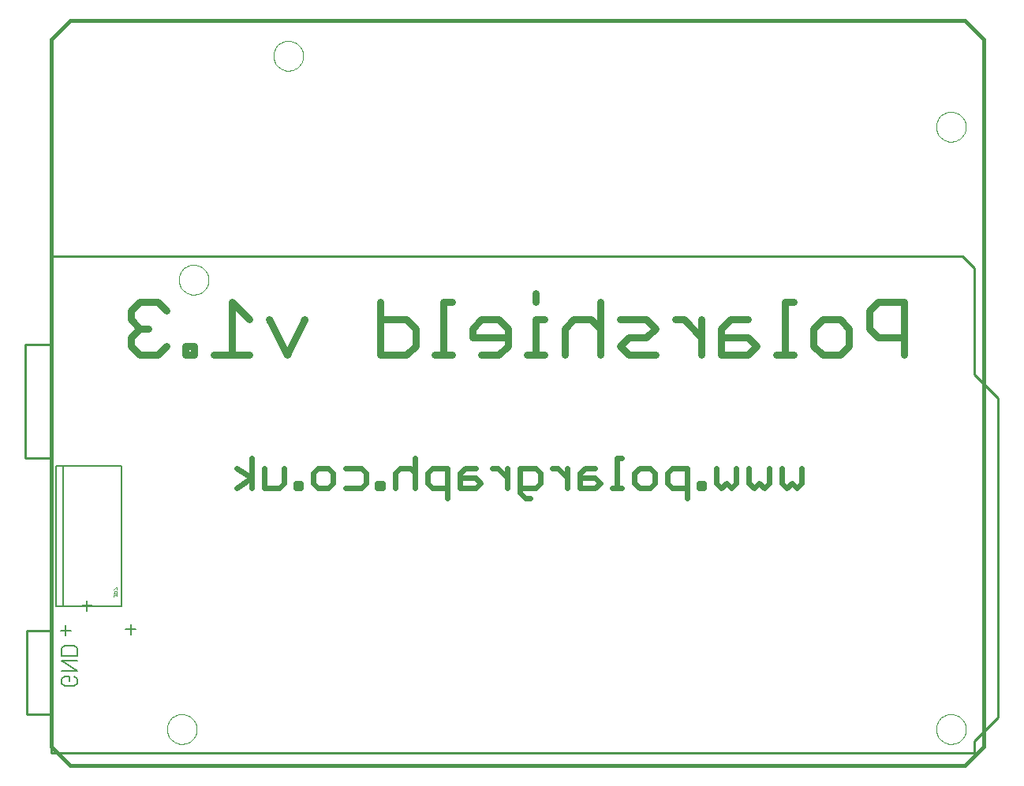
<source format=gbo>
G75*
G70*
%OFA0B0*%
%FSLAX24Y24*%
%IPPOS*%
%LPD*%
%AMOC8*
5,1,8,0,0,1.08239X$1,22.5*
%
%ADD10C,0.0160*%
%ADD11C,0.0300*%
%ADD12C,0.0230*%
%ADD13C,0.0000*%
%ADD14C,0.0060*%
%ADD15C,0.0100*%
%ADD16C,0.0080*%
%ADD17C,0.0010*%
D10*
X001915Y001977D02*
X002702Y001189D01*
X040498Y001189D01*
X041285Y001977D01*
X041285Y031898D01*
X040498Y032685D01*
X002702Y032685D01*
X001915Y031898D01*
X001915Y001977D01*
D11*
X005641Y018544D02*
X006389Y018544D01*
X006762Y018918D01*
X007558Y018918D02*
X007558Y018544D01*
X007932Y018544D01*
X007932Y018918D01*
X007558Y018918D01*
X008776Y018544D02*
X010271Y018544D01*
X009523Y018544D02*
X009523Y020786D01*
X010271Y020039D01*
X011115Y020039D02*
X011862Y018544D01*
X012609Y020039D01*
X015792Y020039D02*
X016913Y020039D01*
X017287Y019665D01*
X017287Y018918D01*
X016913Y018544D01*
X015792Y018544D01*
X015792Y020786D01*
X018472Y020786D02*
X018472Y018544D01*
X018099Y018544D02*
X018846Y018544D01*
X019690Y019291D02*
X021185Y019291D01*
X021185Y018918D02*
X021185Y019665D01*
X020811Y020039D01*
X020064Y020039D01*
X019690Y019665D01*
X019690Y019291D01*
X020064Y018544D02*
X020811Y018544D01*
X021185Y018918D01*
X021997Y018544D02*
X022744Y018544D01*
X022370Y018544D02*
X022370Y020039D01*
X022744Y020039D01*
X022370Y020786D02*
X022370Y021160D01*
X023588Y019665D02*
X023962Y020039D01*
X024709Y020039D01*
X025083Y019665D01*
X025927Y020039D02*
X027048Y020039D01*
X027422Y019665D01*
X027048Y019291D01*
X026301Y019291D01*
X025927Y018918D01*
X026301Y018544D01*
X027422Y018544D01*
X028623Y020039D02*
X029371Y019291D01*
X029371Y018544D02*
X029371Y020039D01*
X028623Y020039D02*
X028250Y020039D01*
X030215Y019665D02*
X030215Y018544D01*
X031336Y018544D01*
X031709Y018918D01*
X031336Y019291D01*
X030215Y019291D01*
X030215Y019665D02*
X030588Y020039D01*
X031336Y020039D01*
X032895Y020786D02*
X032895Y018544D01*
X033269Y018544D02*
X032521Y018544D01*
X034113Y018918D02*
X034486Y018544D01*
X035234Y018544D01*
X035607Y018918D01*
X035607Y019665D01*
X035234Y020039D01*
X034486Y020039D01*
X034113Y019665D01*
X034113Y018918D01*
X036451Y019665D02*
X036451Y020412D01*
X036825Y020786D01*
X037946Y020786D01*
X037946Y018544D01*
X037946Y019291D02*
X036825Y019291D01*
X036451Y019665D01*
X033269Y020786D02*
X032895Y020786D01*
X025083Y020786D02*
X025083Y018544D01*
X023588Y018544D02*
X023588Y019665D01*
X018846Y020786D02*
X018472Y020786D01*
X006762Y020412D02*
X006389Y020786D01*
X005641Y020786D01*
X005268Y020412D01*
X005268Y020039D01*
X005641Y019665D01*
X005268Y019291D01*
X005268Y018918D01*
X005641Y018544D01*
X005641Y019665D02*
X006015Y019665D01*
D12*
X010362Y014190D02*
X010362Y012918D01*
X010362Y013342D02*
X009726Y013766D01*
X010362Y013342D02*
X009726Y012918D01*
X010896Y012918D02*
X010896Y013766D01*
X011743Y013766D02*
X011743Y013130D01*
X011531Y012918D01*
X010896Y012918D01*
X012222Y012918D02*
X012434Y012918D01*
X012434Y013130D01*
X012222Y013130D01*
X012222Y012918D01*
X012967Y013130D02*
X012967Y013554D01*
X013179Y013766D01*
X013603Y013766D01*
X013815Y013554D01*
X013815Y013130D01*
X013603Y012918D01*
X013179Y012918D01*
X012967Y013130D01*
X014348Y012918D02*
X014984Y012918D01*
X015196Y013130D01*
X015196Y013554D01*
X014984Y013766D01*
X014348Y013766D01*
X015675Y013130D02*
X015675Y012918D01*
X015886Y012918D01*
X015886Y013130D01*
X015675Y013130D01*
X016420Y012918D02*
X016420Y013554D01*
X016632Y013766D01*
X017056Y013766D01*
X017268Y013554D01*
X017801Y013554D02*
X017801Y013130D01*
X018013Y012918D01*
X018649Y012918D01*
X018649Y012495D02*
X018649Y013766D01*
X018013Y013766D01*
X017801Y013554D01*
X017268Y014190D02*
X017268Y012918D01*
X019182Y012918D02*
X019818Y012918D01*
X020030Y013130D01*
X019818Y013342D01*
X019182Y013342D01*
X019182Y013554D02*
X019182Y012918D01*
X019182Y013554D02*
X019394Y013766D01*
X019818Y013766D01*
X020545Y013766D02*
X020757Y013766D01*
X021181Y013342D01*
X021181Y012918D02*
X021181Y013766D01*
X021715Y013766D02*
X022350Y013766D01*
X022562Y013554D01*
X022562Y013130D01*
X022350Y012918D01*
X021715Y012918D01*
X021715Y012707D02*
X021715Y013766D01*
X021715Y012707D02*
X021926Y012495D01*
X022138Y012495D01*
X023077Y013766D02*
X023289Y013766D01*
X023713Y013342D01*
X023713Y012918D02*
X023713Y013766D01*
X024247Y013554D02*
X024247Y012918D01*
X024882Y012918D01*
X025094Y013130D01*
X024882Y013342D01*
X024247Y013342D01*
X024247Y013554D02*
X024458Y013766D01*
X024882Y013766D01*
X025803Y014190D02*
X025803Y012918D01*
X026015Y012918D02*
X025591Y012918D01*
X026549Y013130D02*
X026760Y012918D01*
X027184Y012918D01*
X027396Y013130D01*
X027396Y013554D01*
X027184Y013766D01*
X026760Y013766D01*
X026549Y013554D01*
X026549Y013130D01*
X026015Y014190D02*
X025803Y014190D01*
X027930Y013554D02*
X027930Y013130D01*
X028141Y012918D01*
X028777Y012918D01*
X028777Y012495D02*
X028777Y013766D01*
X028141Y013766D01*
X027930Y013554D01*
X029256Y013130D02*
X029256Y012918D01*
X029468Y012918D01*
X029468Y013130D01*
X029256Y013130D01*
X030001Y013130D02*
X030001Y013766D01*
X030001Y013130D02*
X030213Y012918D01*
X030425Y013130D01*
X030637Y012918D01*
X030849Y013130D01*
X030849Y013766D01*
X031382Y013766D02*
X031382Y013130D01*
X031594Y012918D01*
X031806Y013130D01*
X032018Y012918D01*
X032230Y013130D01*
X032230Y013766D01*
X032764Y013766D02*
X032764Y013130D01*
X032975Y012918D01*
X033187Y013130D01*
X033399Y012918D01*
X033611Y013130D01*
X033611Y013766D01*
D13*
X039285Y002721D02*
X039287Y002771D01*
X039293Y002821D01*
X039303Y002870D01*
X039317Y002918D01*
X039334Y002965D01*
X039355Y003010D01*
X039380Y003054D01*
X039408Y003095D01*
X039440Y003134D01*
X039474Y003171D01*
X039511Y003205D01*
X039551Y003235D01*
X039593Y003262D01*
X039637Y003286D01*
X039683Y003307D01*
X039730Y003323D01*
X039778Y003336D01*
X039828Y003345D01*
X039877Y003350D01*
X039928Y003351D01*
X039978Y003348D01*
X040027Y003341D01*
X040076Y003330D01*
X040124Y003315D01*
X040170Y003297D01*
X040215Y003275D01*
X040258Y003249D01*
X040299Y003220D01*
X040338Y003188D01*
X040374Y003153D01*
X040406Y003115D01*
X040436Y003075D01*
X040463Y003032D01*
X040486Y002988D01*
X040505Y002942D01*
X040521Y002894D01*
X040533Y002845D01*
X040541Y002796D01*
X040545Y002746D01*
X040545Y002696D01*
X040541Y002646D01*
X040533Y002597D01*
X040521Y002548D01*
X040505Y002500D01*
X040486Y002454D01*
X040463Y002410D01*
X040436Y002367D01*
X040406Y002327D01*
X040374Y002289D01*
X040338Y002254D01*
X040299Y002222D01*
X040258Y002193D01*
X040215Y002167D01*
X040170Y002145D01*
X040124Y002127D01*
X040076Y002112D01*
X040027Y002101D01*
X039978Y002094D01*
X039928Y002091D01*
X039877Y002092D01*
X039828Y002097D01*
X039778Y002106D01*
X039730Y002119D01*
X039683Y002135D01*
X039637Y002156D01*
X039593Y002180D01*
X039551Y002207D01*
X039511Y002237D01*
X039474Y002271D01*
X039440Y002308D01*
X039408Y002347D01*
X039380Y002388D01*
X039355Y002432D01*
X039334Y002477D01*
X039317Y002524D01*
X039303Y002572D01*
X039293Y002621D01*
X039287Y002671D01*
X039285Y002721D01*
X007285Y021721D02*
X007287Y021771D01*
X007293Y021821D01*
X007303Y021870D01*
X007317Y021918D01*
X007334Y021965D01*
X007355Y022010D01*
X007380Y022054D01*
X007408Y022095D01*
X007440Y022134D01*
X007474Y022171D01*
X007511Y022205D01*
X007551Y022235D01*
X007593Y022262D01*
X007637Y022286D01*
X007683Y022307D01*
X007730Y022323D01*
X007778Y022336D01*
X007828Y022345D01*
X007877Y022350D01*
X007928Y022351D01*
X007978Y022348D01*
X008027Y022341D01*
X008076Y022330D01*
X008124Y022315D01*
X008170Y022297D01*
X008215Y022275D01*
X008258Y022249D01*
X008299Y022220D01*
X008338Y022188D01*
X008374Y022153D01*
X008406Y022115D01*
X008436Y022075D01*
X008463Y022032D01*
X008486Y021988D01*
X008505Y021942D01*
X008521Y021894D01*
X008533Y021845D01*
X008541Y021796D01*
X008545Y021746D01*
X008545Y021696D01*
X008541Y021646D01*
X008533Y021597D01*
X008521Y021548D01*
X008505Y021500D01*
X008486Y021454D01*
X008463Y021410D01*
X008436Y021367D01*
X008406Y021327D01*
X008374Y021289D01*
X008338Y021254D01*
X008299Y021222D01*
X008258Y021193D01*
X008215Y021167D01*
X008170Y021145D01*
X008124Y021127D01*
X008076Y021112D01*
X008027Y021101D01*
X007978Y021094D01*
X007928Y021091D01*
X007877Y021092D01*
X007828Y021097D01*
X007778Y021106D01*
X007730Y021119D01*
X007683Y021135D01*
X007637Y021156D01*
X007593Y021180D01*
X007551Y021207D01*
X007511Y021237D01*
X007474Y021271D01*
X007440Y021308D01*
X007408Y021347D01*
X007380Y021388D01*
X007355Y021432D01*
X007334Y021477D01*
X007317Y021524D01*
X007303Y021572D01*
X007293Y021621D01*
X007287Y021671D01*
X007285Y021721D01*
X011285Y031189D02*
X011287Y031239D01*
X011293Y031289D01*
X011303Y031338D01*
X011317Y031386D01*
X011334Y031433D01*
X011355Y031478D01*
X011380Y031522D01*
X011408Y031563D01*
X011440Y031602D01*
X011474Y031639D01*
X011511Y031673D01*
X011551Y031703D01*
X011593Y031730D01*
X011637Y031754D01*
X011683Y031775D01*
X011730Y031791D01*
X011778Y031804D01*
X011828Y031813D01*
X011877Y031818D01*
X011928Y031819D01*
X011978Y031816D01*
X012027Y031809D01*
X012076Y031798D01*
X012124Y031783D01*
X012170Y031765D01*
X012215Y031743D01*
X012258Y031717D01*
X012299Y031688D01*
X012338Y031656D01*
X012374Y031621D01*
X012406Y031583D01*
X012436Y031543D01*
X012463Y031500D01*
X012486Y031456D01*
X012505Y031410D01*
X012521Y031362D01*
X012533Y031313D01*
X012541Y031264D01*
X012545Y031214D01*
X012545Y031164D01*
X012541Y031114D01*
X012533Y031065D01*
X012521Y031016D01*
X012505Y030968D01*
X012486Y030922D01*
X012463Y030878D01*
X012436Y030835D01*
X012406Y030795D01*
X012374Y030757D01*
X012338Y030722D01*
X012299Y030690D01*
X012258Y030661D01*
X012215Y030635D01*
X012170Y030613D01*
X012124Y030595D01*
X012076Y030580D01*
X012027Y030569D01*
X011978Y030562D01*
X011928Y030559D01*
X011877Y030560D01*
X011828Y030565D01*
X011778Y030574D01*
X011730Y030587D01*
X011683Y030603D01*
X011637Y030624D01*
X011593Y030648D01*
X011551Y030675D01*
X011511Y030705D01*
X011474Y030739D01*
X011440Y030776D01*
X011408Y030815D01*
X011380Y030856D01*
X011355Y030900D01*
X011334Y030945D01*
X011317Y030992D01*
X011303Y031040D01*
X011293Y031089D01*
X011287Y031139D01*
X011285Y031189D01*
X039285Y028189D02*
X039287Y028239D01*
X039293Y028289D01*
X039303Y028338D01*
X039317Y028386D01*
X039334Y028433D01*
X039355Y028478D01*
X039380Y028522D01*
X039408Y028563D01*
X039440Y028602D01*
X039474Y028639D01*
X039511Y028673D01*
X039551Y028703D01*
X039593Y028730D01*
X039637Y028754D01*
X039683Y028775D01*
X039730Y028791D01*
X039778Y028804D01*
X039828Y028813D01*
X039877Y028818D01*
X039928Y028819D01*
X039978Y028816D01*
X040027Y028809D01*
X040076Y028798D01*
X040124Y028783D01*
X040170Y028765D01*
X040215Y028743D01*
X040258Y028717D01*
X040299Y028688D01*
X040338Y028656D01*
X040374Y028621D01*
X040406Y028583D01*
X040436Y028543D01*
X040463Y028500D01*
X040486Y028456D01*
X040505Y028410D01*
X040521Y028362D01*
X040533Y028313D01*
X040541Y028264D01*
X040545Y028214D01*
X040545Y028164D01*
X040541Y028114D01*
X040533Y028065D01*
X040521Y028016D01*
X040505Y027968D01*
X040486Y027922D01*
X040463Y027878D01*
X040436Y027835D01*
X040406Y027795D01*
X040374Y027757D01*
X040338Y027722D01*
X040299Y027690D01*
X040258Y027661D01*
X040215Y027635D01*
X040170Y027613D01*
X040124Y027595D01*
X040076Y027580D01*
X040027Y027569D01*
X039978Y027562D01*
X039928Y027559D01*
X039877Y027560D01*
X039828Y027565D01*
X039778Y027574D01*
X039730Y027587D01*
X039683Y027603D01*
X039637Y027624D01*
X039593Y027648D01*
X039551Y027675D01*
X039511Y027705D01*
X039474Y027739D01*
X039440Y027776D01*
X039408Y027815D01*
X039380Y027856D01*
X039355Y027900D01*
X039334Y027945D01*
X039317Y027992D01*
X039303Y028040D01*
X039293Y028089D01*
X039287Y028139D01*
X039285Y028189D01*
X006785Y002721D02*
X006787Y002771D01*
X006793Y002821D01*
X006803Y002870D01*
X006817Y002918D01*
X006834Y002965D01*
X006855Y003010D01*
X006880Y003054D01*
X006908Y003095D01*
X006940Y003134D01*
X006974Y003171D01*
X007011Y003205D01*
X007051Y003235D01*
X007093Y003262D01*
X007137Y003286D01*
X007183Y003307D01*
X007230Y003323D01*
X007278Y003336D01*
X007328Y003345D01*
X007377Y003350D01*
X007428Y003351D01*
X007478Y003348D01*
X007527Y003341D01*
X007576Y003330D01*
X007624Y003315D01*
X007670Y003297D01*
X007715Y003275D01*
X007758Y003249D01*
X007799Y003220D01*
X007838Y003188D01*
X007874Y003153D01*
X007906Y003115D01*
X007936Y003075D01*
X007963Y003032D01*
X007986Y002988D01*
X008005Y002942D01*
X008021Y002894D01*
X008033Y002845D01*
X008041Y002796D01*
X008045Y002746D01*
X008045Y002696D01*
X008041Y002646D01*
X008033Y002597D01*
X008021Y002548D01*
X008005Y002500D01*
X007986Y002454D01*
X007963Y002410D01*
X007936Y002367D01*
X007906Y002327D01*
X007874Y002289D01*
X007838Y002254D01*
X007799Y002222D01*
X007758Y002193D01*
X007715Y002167D01*
X007670Y002145D01*
X007624Y002127D01*
X007576Y002112D01*
X007527Y002101D01*
X007478Y002094D01*
X007428Y002091D01*
X007377Y002092D01*
X007328Y002097D01*
X007278Y002106D01*
X007230Y002119D01*
X007183Y002135D01*
X007137Y002156D01*
X007093Y002180D01*
X007051Y002207D01*
X007011Y002237D01*
X006974Y002271D01*
X006940Y002308D01*
X006908Y002347D01*
X006880Y002388D01*
X006855Y002432D01*
X006834Y002477D01*
X006817Y002524D01*
X006803Y002572D01*
X006793Y002621D01*
X006787Y002671D01*
X006785Y002721D01*
D14*
X002985Y004642D02*
X002879Y004536D01*
X002452Y004536D01*
X002345Y004642D01*
X002345Y004856D01*
X002452Y004963D01*
X002665Y004963D01*
X002665Y004749D01*
X002879Y004963D02*
X002985Y004856D01*
X002985Y004642D01*
X002985Y005180D02*
X002345Y005180D01*
X002345Y005607D02*
X002985Y005607D01*
X002985Y005825D02*
X002985Y006145D01*
X002879Y006252D01*
X002452Y006252D01*
X002345Y006145D01*
X002345Y005825D01*
X002985Y005825D01*
X002985Y005180D02*
X002345Y005607D01*
X002508Y006676D02*
X002508Y007103D01*
X002295Y006890D02*
X002722Y006890D01*
X003408Y007726D02*
X003408Y008153D01*
X003195Y007940D02*
X003622Y007940D01*
X005045Y006940D02*
X005472Y006940D01*
X005258Y007153D02*
X005258Y006726D01*
D15*
X001915Y001721D02*
X040915Y001721D01*
X040915Y002221D01*
X041915Y003221D01*
X041915Y016721D01*
X040915Y017721D01*
X040915Y022221D01*
X040415Y022721D01*
X001915Y022721D01*
X001915Y018981D01*
X000813Y018981D01*
X000813Y014177D01*
X001915Y014177D01*
X001915Y001721D01*
X001876Y003351D02*
X000860Y003351D01*
X000860Y006894D01*
X001876Y006894D01*
X001915Y014177D02*
X001915Y018981D01*
D16*
X002098Y013851D02*
X002098Y007906D01*
X002413Y007906D01*
X002413Y013851D01*
X002098Y013851D01*
X002413Y013851D02*
X004854Y013851D01*
X004854Y007906D01*
X002413Y007906D01*
D17*
X004520Y008341D02*
X004520Y008366D01*
X004545Y008391D01*
X004670Y008391D01*
X004670Y008366D02*
X004670Y008416D01*
X004670Y008464D02*
X004670Y008539D01*
X004645Y008564D01*
X004595Y008564D01*
X004570Y008539D01*
X004570Y008464D01*
X004520Y008464D02*
X004670Y008464D01*
X004670Y008611D02*
X004670Y008711D01*
X004645Y008711D01*
X004545Y008611D01*
X004520Y008611D01*
X004520Y008341D02*
X004545Y008316D01*
M02*

</source>
